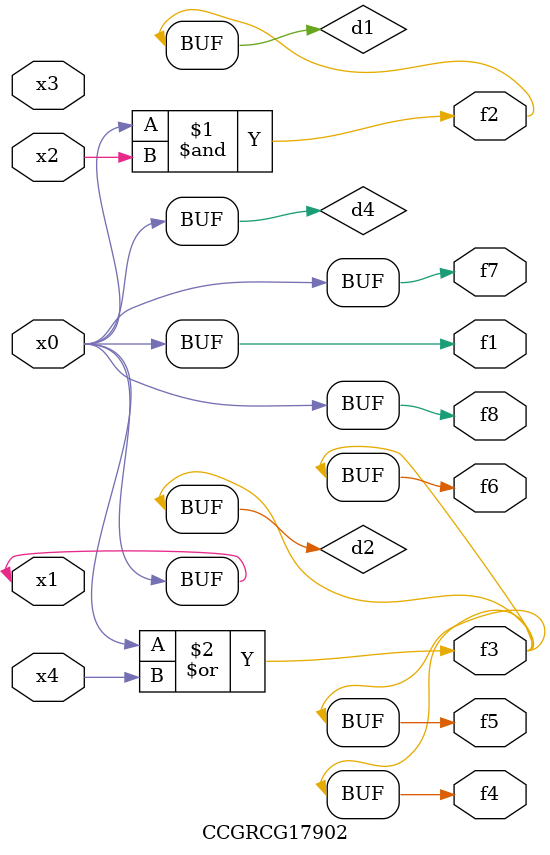
<source format=v>
module CCGRCG17902(
	input x0, x1, x2, x3, x4,
	output f1, f2, f3, f4, f5, f6, f7, f8
);

	wire d1, d2, d3, d4;

	and (d1, x0, x2);
	or (d2, x0, x4);
	nand (d3, x0, x2);
	buf (d4, x0, x1);
	assign f1 = d4;
	assign f2 = d1;
	assign f3 = d2;
	assign f4 = d2;
	assign f5 = d2;
	assign f6 = d2;
	assign f7 = d4;
	assign f8 = d4;
endmodule

</source>
